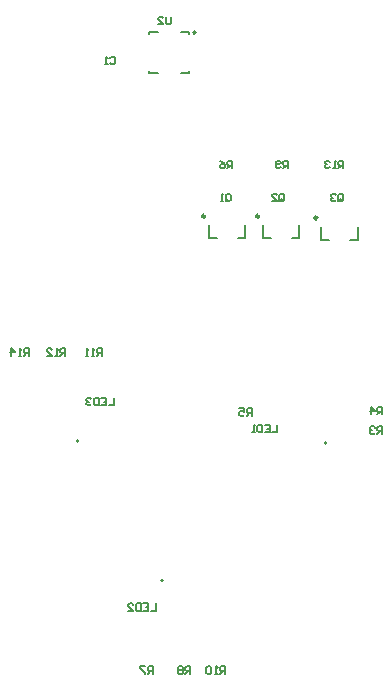
<source format=gbr>
%TF.GenerationSoftware,Altium Limited,Altium Designer,19.1.5 (86)*%
G04 Layer_Color=32896*
%FSLAX26Y26*%
%MOIN*%
%TF.FileFunction,Legend,Bot*%
%TF.Part,Single*%
G01*
G75*
%TA.AperFunction,NonConductor*%
%ADD45C,0.007874*%
%ADD46C,0.009842*%
%ADD47C,0.003937*%
%ADD48C,0.005000*%
%ADD49R,0.008046X0.011811*%
%ADD50R,0.007874X0.007874*%
D45*
X2597677Y2537657D02*
G03*
X2597677Y2537657I-5000J0D01*
G01*
X2443071Y2403799D02*
X2472992D01*
X2547008D02*
X2576929D01*
X2443071Y2537657D02*
X2472992D01*
X2547008D02*
X2576929D01*
X2443071Y2403799D02*
Y2407736D01*
Y2533720D02*
Y2537657D01*
X2576929Y2403799D02*
Y2407736D01*
Y2533720D02*
Y2537657D01*
X3015784Y1847165D02*
Y1890472D01*
Y1847165D02*
X3041375D01*
X3137831D02*
Y1890472D01*
X3112241Y1847165D02*
X3137831D01*
X2821575Y1852165D02*
Y1895472D01*
Y1852165D02*
X2847165D01*
X2943622D02*
Y1895472D01*
X2918032Y1852165D02*
X2943622D01*
X2641575D02*
Y1895472D01*
Y1852165D02*
X2667165D01*
X2763622D02*
Y1895472D01*
X2738032Y1852165D02*
X2763622D01*
D46*
X3002989Y1920000D02*
G03*
X3002989Y1920000I-4921J0D01*
G01*
X2808780Y1925000D02*
G03*
X2808780Y1925000I-4921J0D01*
G01*
X2628780D02*
G03*
X2628780Y1925000I-4921J0D01*
G01*
D47*
X2210118Y1175906D02*
G03*
X2210118Y1175906I-5000J0D01*
G01*
X2489882Y710315D02*
G03*
X2489882Y710315I-5000J0D01*
G01*
X3035118Y1167822D02*
G03*
X3035118Y1167822I-5000J0D01*
G01*
D48*
X2515000Y2589992D02*
Y2569165D01*
X2510835Y2565000D01*
X2502504D01*
X2498339Y2569165D01*
Y2589992D01*
X2473347Y2565000D02*
X2490008D01*
X2473347Y2581661D01*
Y2585827D01*
X2477512Y2589992D01*
X2485843D01*
X2490008Y2585827D01*
X2041457Y1460000D02*
Y1484992D01*
X2028961D01*
X2024795Y1480827D01*
Y1472496D01*
X2028961Y1468331D01*
X2041457D01*
X2033126D02*
X2024795Y1460000D01*
X2016465D02*
X2008134D01*
X2012300D01*
Y1484992D01*
X2016465Y1480827D01*
X1983142Y1460000D02*
Y1484992D01*
X1995638Y1472496D01*
X1978977D01*
X3090000Y2085362D02*
Y2110354D01*
X3077504D01*
X3073339Y2106188D01*
Y2097858D01*
X3077504Y2093692D01*
X3090000D01*
X3081669D02*
X3073339Y2085362D01*
X3065008D02*
X3056677D01*
X3060843D01*
Y2110354D01*
X3065008Y2106188D01*
X3044182D02*
X3040016Y2110354D01*
X3031686D01*
X3027520Y2106188D01*
Y2102023D01*
X3031686Y2097858D01*
X3035851D01*
X3031686D01*
X3027520Y2093692D01*
Y2089527D01*
X3031686Y2085362D01*
X3040016D01*
X3044182Y2089527D01*
X2163315Y1460000D02*
Y1484992D01*
X2150819D01*
X2146654Y1480827D01*
Y1472496D01*
X2150819Y1468331D01*
X2163315D01*
X2154984D02*
X2146654Y1460000D01*
X2138323D02*
X2129992D01*
X2134158D01*
Y1484992D01*
X2138323Y1480827D01*
X2100835Y1460000D02*
X2117496D01*
X2100835Y1476661D01*
Y1480827D01*
X2105000Y1484992D01*
X2113331D01*
X2117496Y1480827D01*
X2285000Y1460000D02*
Y1484992D01*
X2272504D01*
X2268339Y1480827D01*
Y1472496D01*
X2272504Y1468331D01*
X2285000D01*
X2276669D02*
X2268339Y1460000D01*
X2260008D02*
X2251677D01*
X2255843D01*
Y1484992D01*
X2260008Y1480827D01*
X2239182Y1460000D02*
X2230851D01*
X2235016D01*
Y1484992D01*
X2239182Y1480827D01*
X2696000Y400000D02*
Y424992D01*
X2683504D01*
X2679339Y420827D01*
Y412496D01*
X2683504Y408331D01*
X2696000D01*
X2687669D02*
X2679339Y400000D01*
X2671008D02*
X2662677D01*
X2666843D01*
Y424992D01*
X2671008Y420827D01*
X2650182D02*
X2646016Y424992D01*
X2637686D01*
X2633520Y420827D01*
Y404165D01*
X2637686Y400000D01*
X2646016D01*
X2650182Y404165D01*
Y420827D01*
X2905354Y2085362D02*
Y2110354D01*
X2892858D01*
X2888693Y2106188D01*
Y2097858D01*
X2892858Y2093692D01*
X2905354D01*
X2897024D02*
X2888693Y2085362D01*
X2880363Y2089527D02*
X2876197Y2085362D01*
X2867867D01*
X2863701Y2089527D01*
Y2106188D01*
X2867867Y2110354D01*
X2876197D01*
X2880363Y2106188D01*
Y2102023D01*
X2876197Y2097858D01*
X2863701D01*
X2580000Y400000D02*
Y424992D01*
X2567504D01*
X2563339Y420827D01*
Y412496D01*
X2567504Y408331D01*
X2580000D01*
X2571669D02*
X2563339Y400000D01*
X2555008Y420827D02*
X2550843Y424992D01*
X2542512D01*
X2538347Y420827D01*
Y416661D01*
X2542512Y412496D01*
X2538347Y408331D01*
Y404165D01*
X2542512Y400000D01*
X2550843D01*
X2555008Y404165D01*
Y408331D01*
X2550843Y412496D01*
X2555008Y416661D01*
Y420827D01*
X2550843Y412496D02*
X2542512D01*
X2455000Y400000D02*
Y424992D01*
X2442504D01*
X2438339Y420827D01*
Y412496D01*
X2442504Y408331D01*
X2455000D01*
X2446669D02*
X2438339Y400000D01*
X2430008Y424992D02*
X2413347D01*
Y420827D01*
X2430008Y404165D01*
Y400000D01*
X2720000Y2085362D02*
Y2110354D01*
X2707504D01*
X2703339Y2106188D01*
Y2097858D01*
X2707504Y2093692D01*
X2720000D01*
X2711669D02*
X2703339Y2085362D01*
X2678347Y2110354D02*
X2686677Y2106188D01*
X2695008Y2097858D01*
Y2089527D01*
X2690843Y2085362D01*
X2682512D01*
X2678347Y2089527D01*
Y2093692D01*
X2682512Y2097858D01*
X2695008D01*
X2785000Y1260000D02*
Y1284992D01*
X2772504D01*
X2768339Y1280827D01*
Y1272496D01*
X2772504Y1268331D01*
X2785000D01*
X2776669D02*
X2768339Y1260000D01*
X2743347Y1284992D02*
X2760008D01*
Y1272496D01*
X2751677Y1276661D01*
X2747512D01*
X2743347Y1272496D01*
Y1264165D01*
X2747512Y1260000D01*
X2755843D01*
X2760008Y1264165D01*
X3220000Y1265000D02*
Y1289992D01*
X3207504D01*
X3203339Y1285827D01*
Y1277496D01*
X3207504Y1273331D01*
X3220000D01*
X3211669D02*
X3203339Y1265000D01*
X3182512D02*
Y1289992D01*
X3195008Y1277496D01*
X3178347D01*
X3220000Y1200000D02*
Y1224992D01*
X3207504D01*
X3203339Y1220827D01*
Y1212496D01*
X3207504Y1208331D01*
X3220000D01*
X3211669D02*
X3203339Y1200000D01*
X3195008Y1220827D02*
X3190843Y1224992D01*
X3182512D01*
X3178347Y1220827D01*
Y1216661D01*
X3182512Y1212496D01*
X3186677D01*
X3182512D01*
X3178347Y1208331D01*
Y1204165D01*
X3182512Y1200000D01*
X3190843D01*
X3195008Y1204165D01*
X3073339Y1979165D02*
Y1995827D01*
X3077504Y1999992D01*
X3085835D01*
X3090000Y1995827D01*
Y1979165D01*
X3085835Y1975000D01*
X3077504D01*
X3081669Y1983331D02*
X3073339Y1975000D01*
X3077504D02*
X3073339Y1979165D01*
X3065008Y1995827D02*
X3060843Y1999992D01*
X3052512D01*
X3048347Y1995827D01*
Y1991661D01*
X3052512Y1987496D01*
X3056677D01*
X3052512D01*
X3048347Y1983331D01*
Y1979165D01*
X3052512Y1975000D01*
X3060843D01*
X3065008Y1979165D01*
X2876685D02*
Y1995827D01*
X2880851Y1999992D01*
X2889181D01*
X2893347Y1995827D01*
Y1979165D01*
X2889181Y1975000D01*
X2880851D01*
X2885016Y1983331D02*
X2876685Y1975000D01*
X2880851D02*
X2876685Y1979165D01*
X2851693Y1975000D02*
X2868355D01*
X2851693Y1991661D01*
Y1995827D01*
X2855859Y1999992D01*
X2864189D01*
X2868355Y1995827D01*
X2697118Y1979165D02*
Y1995827D01*
X2701283Y1999992D01*
X2709614D01*
X2713779Y1995827D01*
Y1979165D01*
X2709614Y1975000D01*
X2701283D01*
X2705449Y1983331D02*
X2697118Y1975000D01*
X2701283D02*
X2697118Y1979165D01*
X2688787Y1975000D02*
X2680457D01*
X2684622D01*
Y1999992D01*
X2688787Y1995827D01*
X2325000Y1319992D02*
Y1295000D01*
X2308339D01*
X2283347Y1319992D02*
X2300008D01*
Y1295000D01*
X2283347D01*
X2300008Y1307496D02*
X2291677D01*
X2275016Y1319992D02*
Y1295000D01*
X2262520D01*
X2258355Y1299165D01*
Y1315827D01*
X2262520Y1319992D01*
X2275016D01*
X2250024Y1315827D02*
X2245859Y1319992D01*
X2237528D01*
X2233363Y1315827D01*
Y1311661D01*
X2237528Y1307496D01*
X2241694D01*
X2237528D01*
X2233363Y1303331D01*
Y1299165D01*
X2237528Y1295000D01*
X2245859D01*
X2250024Y1299165D01*
X2465000Y634992D02*
Y610000D01*
X2448339D01*
X2423347Y634992D02*
X2440008D01*
Y610000D01*
X2423347D01*
X2440008Y622496D02*
X2431677D01*
X2415016Y634992D02*
Y610000D01*
X2402520D01*
X2398355Y614165D01*
Y630827D01*
X2402520Y634992D01*
X2415016D01*
X2373363Y610000D02*
X2390024D01*
X2373363Y626661D01*
Y630827D01*
X2377528Y634992D01*
X2385859D01*
X2390024Y630827D01*
X2869685Y1229992D02*
Y1205000D01*
X2853024D01*
X2828032Y1229992D02*
X2844693D01*
Y1205000D01*
X2828032D01*
X2844693Y1217496D02*
X2836363D01*
X2819701Y1229992D02*
Y1205000D01*
X2807205D01*
X2803040Y1209165D01*
Y1225827D01*
X2807205Y1229992D01*
X2819701D01*
X2794709Y1205000D02*
X2786379D01*
X2790544D01*
Y1229992D01*
X2794709Y1225827D01*
X2312586Y2452185D02*
X2316752Y2456350D01*
X2325082D01*
X2329248Y2452185D01*
Y2435523D01*
X2325082Y2431358D01*
X2316752D01*
X2312586Y2435523D01*
X2304256Y2431358D02*
X2295925D01*
X2300091D01*
Y2456350D01*
X2304256Y2452185D01*
D49*
X2593616Y2535689D02*
D03*
D50*
X2206182Y1175750D02*
D03*
X2483818Y710470D02*
D03*
X3031182Y1167667D02*
D03*
%TF.MD5,81b992d967a0496cb65acb28cec9ad92*%
M02*

</source>
